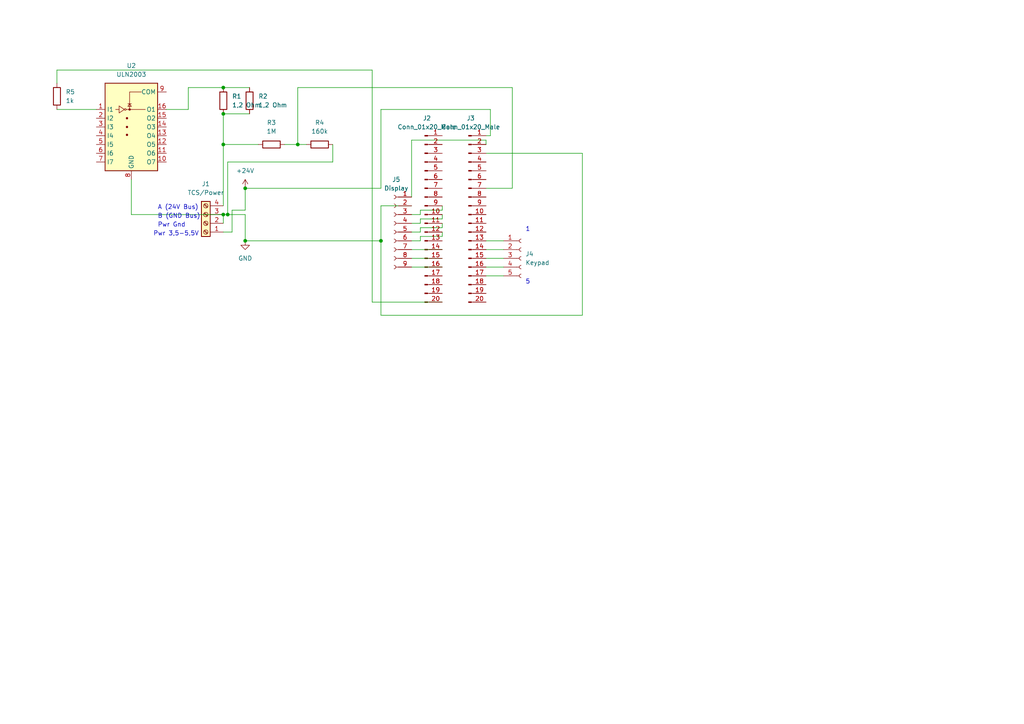
<source format=kicad_sch>
(kicad_sch (version 20211123) (generator eeschema)

  (uuid edcb1de5-d292-429a-a863-131d19b76a56)

  (paper "A4")

  (lib_symbols
    (symbol "Connector:Conn_01x05_Female" (pin_names (offset 1.016) hide) (in_bom yes) (on_board yes)
      (property "Reference" "J" (id 0) (at 0 7.62 0)
        (effects (font (size 1.27 1.27)))
      )
      (property "Value" "Conn_01x05_Female" (id 1) (at 0 -7.62 0)
        (effects (font (size 1.27 1.27)))
      )
      (property "Footprint" "" (id 2) (at 0 0 0)
        (effects (font (size 1.27 1.27)) hide)
      )
      (property "Datasheet" "~" (id 3) (at 0 0 0)
        (effects (font (size 1.27 1.27)) hide)
      )
      (property "ki_keywords" "connector" (id 4) (at 0 0 0)
        (effects (font (size 1.27 1.27)) hide)
      )
      (property "ki_description" "Generic connector, single row, 01x05, script generated (kicad-library-utils/schlib/autogen/connector/)" (id 5) (at 0 0 0)
        (effects (font (size 1.27 1.27)) hide)
      )
      (property "ki_fp_filters" "Connector*:*_1x??_*" (id 6) (at 0 0 0)
        (effects (font (size 1.27 1.27)) hide)
      )
      (symbol "Conn_01x05_Female_1_1"
        (arc (start 0 -4.572) (mid -0.508 -5.08) (end 0 -5.588)
          (stroke (width 0.1524) (type default) (color 0 0 0 0))
          (fill (type none))
        )
        (arc (start 0 -2.032) (mid -0.508 -2.54) (end 0 -3.048)
          (stroke (width 0.1524) (type default) (color 0 0 0 0))
          (fill (type none))
        )
        (polyline
          (pts
            (xy -1.27 -5.08)
            (xy -0.508 -5.08)
          )
          (stroke (width 0.1524) (type default) (color 0 0 0 0))
          (fill (type none))
        )
        (polyline
          (pts
            (xy -1.27 -2.54)
            (xy -0.508 -2.54)
          )
          (stroke (width 0.1524) (type default) (color 0 0 0 0))
          (fill (type none))
        )
        (polyline
          (pts
            (xy -1.27 0)
            (xy -0.508 0)
          )
          (stroke (width 0.1524) (type default) (color 0 0 0 0))
          (fill (type none))
        )
        (polyline
          (pts
            (xy -1.27 2.54)
            (xy -0.508 2.54)
          )
          (stroke (width 0.1524) (type default) (color 0 0 0 0))
          (fill (type none))
        )
        (polyline
          (pts
            (xy -1.27 5.08)
            (xy -0.508 5.08)
          )
          (stroke (width 0.1524) (type default) (color 0 0 0 0))
          (fill (type none))
        )
        (arc (start 0 0.508) (mid -0.508 0) (end 0 -0.508)
          (stroke (width 0.1524) (type default) (color 0 0 0 0))
          (fill (type none))
        )
        (arc (start 0 3.048) (mid -0.508 2.54) (end 0 2.032)
          (stroke (width 0.1524) (type default) (color 0 0 0 0))
          (fill (type none))
        )
        (arc (start 0 5.588) (mid -0.508 5.08) (end 0 4.572)
          (stroke (width 0.1524) (type default) (color 0 0 0 0))
          (fill (type none))
        )
        (pin passive line (at -5.08 5.08 0) (length 3.81)
          (name "Pin_1" (effects (font (size 1.27 1.27))))
          (number "1" (effects (font (size 1.27 1.27))))
        )
        (pin passive line (at -5.08 2.54 0) (length 3.81)
          (name "Pin_2" (effects (font (size 1.27 1.27))))
          (number "2" (effects (font (size 1.27 1.27))))
        )
        (pin passive line (at -5.08 0 0) (length 3.81)
          (name "Pin_3" (effects (font (size 1.27 1.27))))
          (number "3" (effects (font (size 1.27 1.27))))
        )
        (pin passive line (at -5.08 -2.54 0) (length 3.81)
          (name "Pin_4" (effects (font (size 1.27 1.27))))
          (number "4" (effects (font (size 1.27 1.27))))
        )
        (pin passive line (at -5.08 -5.08 0) (length 3.81)
          (name "Pin_5" (effects (font (size 1.27 1.27))))
          (number "5" (effects (font (size 1.27 1.27))))
        )
      )
    )
    (symbol "Connector:Conn_01x09_Female" (pin_names (offset 1.016) hide) (in_bom yes) (on_board yes)
      (property "Reference" "J" (id 0) (at 0 12.7 0)
        (effects (font (size 1.27 1.27)))
      )
      (property "Value" "Conn_01x09_Female" (id 1) (at 0 -12.7 0)
        (effects (font (size 1.27 1.27)))
      )
      (property "Footprint" "" (id 2) (at 0 0 0)
        (effects (font (size 1.27 1.27)) hide)
      )
      (property "Datasheet" "~" (id 3) (at 0 0 0)
        (effects (font (size 1.27 1.27)) hide)
      )
      (property "ki_keywords" "connector" (id 4) (at 0 0 0)
        (effects (font (size 1.27 1.27)) hide)
      )
      (property "ki_description" "Generic connector, single row, 01x09, script generated (kicad-library-utils/schlib/autogen/connector/)" (id 5) (at 0 0 0)
        (effects (font (size 1.27 1.27)) hide)
      )
      (property "ki_fp_filters" "Connector*:*_1x??_*" (id 6) (at 0 0 0)
        (effects (font (size 1.27 1.27)) hide)
      )
      (symbol "Conn_01x09_Female_1_1"
        (arc (start 0 -9.652) (mid -0.508 -10.16) (end 0 -10.668)
          (stroke (width 0.1524) (type default) (color 0 0 0 0))
          (fill (type none))
        )
        (arc (start 0 -7.112) (mid -0.508 -7.62) (end 0 -8.128)
          (stroke (width 0.1524) (type default) (color 0 0 0 0))
          (fill (type none))
        )
        (arc (start 0 -4.572) (mid -0.508 -5.08) (end 0 -5.588)
          (stroke (width 0.1524) (type default) (color 0 0 0 0))
          (fill (type none))
        )
        (arc (start 0 -2.032) (mid -0.508 -2.54) (end 0 -3.048)
          (stroke (width 0.1524) (type default) (color 0 0 0 0))
          (fill (type none))
        )
        (polyline
          (pts
            (xy -1.27 -10.16)
            (xy -0.508 -10.16)
          )
          (stroke (width 0.1524) (type default) (color 0 0 0 0))
          (fill (type none))
        )
        (polyline
          (pts
            (xy -1.27 -7.62)
            (xy -0.508 -7.62)
          )
          (stroke (width 0.1524) (type default) (color 0 0 0 0))
          (fill (type none))
        )
        (polyline
          (pts
            (xy -1.27 -5.08)
            (xy -0.508 -5.08)
          )
          (stroke (width 0.1524) (type default) (color 0 0 0 0))
          (fill (type none))
        )
        (polyline
          (pts
            (xy -1.27 -2.54)
            (xy -0.508 -2.54)
          )
          (stroke (width 0.1524) (type default) (color 0 0 0 0))
          (fill (type none))
        )
        (polyline
          (pts
            (xy -1.27 0)
            (xy -0.508 0)
          )
          (stroke (width 0.1524) (type default) (color 0 0 0 0))
          (fill (type none))
        )
        (polyline
          (pts
            (xy -1.27 2.54)
            (xy -0.508 2.54)
          )
          (stroke (width 0.1524) (type default) (color 0 0 0 0))
          (fill (type none))
        )
        (polyline
          (pts
            (xy -1.27 5.08)
            (xy -0.508 5.08)
          )
          (stroke (width 0.1524) (type default) (color 0 0 0 0))
          (fill (type none))
        )
        (polyline
          (pts
            (xy -1.27 7.62)
            (xy -0.508 7.62)
          )
          (stroke (width 0.1524) (type default) (color 0 0 0 0))
          (fill (type none))
        )
        (polyline
          (pts
            (xy -1.27 10.16)
            (xy -0.508 10.16)
          )
          (stroke (width 0.1524) (type default) (color 0 0 0 0))
          (fill (type none))
        )
        (arc (start 0 0.508) (mid -0.508 0) (end 0 -0.508)
          (stroke (width 0.1524) (type default) (color 0 0 0 0))
          (fill (type none))
        )
        (arc (start 0 3.048) (mid -0.508 2.54) (end 0 2.032)
          (stroke (width 0.1524) (type default) (color 0 0 0 0))
          (fill (type none))
        )
        (arc (start 0 5.588) (mid -0.508 5.08) (end 0 4.572)
          (stroke (width 0.1524) (type default) (color 0 0 0 0))
          (fill (type none))
        )
        (arc (start 0 8.128) (mid -0.508 7.62) (end 0 7.112)
          (stroke (width 0.1524) (type default) (color 0 0 0 0))
          (fill (type none))
        )
        (arc (start 0 10.668) (mid -0.508 10.16) (end 0 9.652)
          (stroke (width 0.1524) (type default) (color 0 0 0 0))
          (fill (type none))
        )
        (pin passive line (at -5.08 10.16 0) (length 3.81)
          (name "Pin_1" (effects (font (size 1.27 1.27))))
          (number "1" (effects (font (size 1.27 1.27))))
        )
        (pin passive line (at -5.08 7.62 0) (length 3.81)
          (name "Pin_2" (effects (font (size 1.27 1.27))))
          (number "2" (effects (font (size 1.27 1.27))))
        )
        (pin passive line (at -5.08 5.08 0) (length 3.81)
          (name "Pin_3" (effects (font (size 1.27 1.27))))
          (number "3" (effects (font (size 1.27 1.27))))
        )
        (pin passive line (at -5.08 2.54 0) (length 3.81)
          (name "Pin_4" (effects (font (size 1.27 1.27))))
          (number "4" (effects (font (size 1.27 1.27))))
        )
        (pin passive line (at -5.08 0 0) (length 3.81)
          (name "Pin_5" (effects (font (size 1.27 1.27))))
          (number "5" (effects (font (size 1.27 1.27))))
        )
        (pin passive line (at -5.08 -2.54 0) (length 3.81)
          (name "Pin_6" (effects (font (size 1.27 1.27))))
          (number "6" (effects (font (size 1.27 1.27))))
        )
        (pin passive line (at -5.08 -5.08 0) (length 3.81)
          (name "Pin_7" (effects (font (size 1.27 1.27))))
          (number "7" (effects (font (size 1.27 1.27))))
        )
        (pin passive line (at -5.08 -7.62 0) (length 3.81)
          (name "Pin_8" (effects (font (size 1.27 1.27))))
          (number "8" (effects (font (size 1.27 1.27))))
        )
        (pin passive line (at -5.08 -10.16 0) (length 3.81)
          (name "Pin_9" (effects (font (size 1.27 1.27))))
          (number "9" (effects (font (size 1.27 1.27))))
        )
      )
    )
    (symbol "Connector:Conn_01x20_Male" (pin_names (offset 1.016) hide) (in_bom yes) (on_board yes)
      (property "Reference" "J" (id 0) (at 0 25.4 0)
        (effects (font (size 1.27 1.27)))
      )
      (property "Value" "Conn_01x20_Male" (id 1) (at 0 -27.94 0)
        (effects (font (size 1.27 1.27)))
      )
      (property "Footprint" "" (id 2) (at 0 0 0)
        (effects (font (size 1.27 1.27)) hide)
      )
      (property "Datasheet" "~" (id 3) (at 0 0 0)
        (effects (font (size 1.27 1.27)) hide)
      )
      (property "ki_keywords" "connector" (id 4) (at 0 0 0)
        (effects (font (size 1.27 1.27)) hide)
      )
      (property "ki_description" "Generic connector, single row, 01x20, script generated (kicad-library-utils/schlib/autogen/connector/)" (id 5) (at 0 0 0)
        (effects (font (size 1.27 1.27)) hide)
      )
      (property "ki_fp_filters" "Connector*:*_1x??_*" (id 6) (at 0 0 0)
        (effects (font (size 1.27 1.27)) hide)
      )
      (symbol "Conn_01x20_Male_1_1"
        (polyline
          (pts
            (xy 1.27 -25.4)
            (xy 0.8636 -25.4)
          )
          (stroke (width 0.1524) (type default) (color 0 0 0 0))
          (fill (type none))
        )
        (polyline
          (pts
            (xy 1.27 -22.86)
            (xy 0.8636 -22.86)
          )
          (stroke (width 0.1524) (type default) (color 0 0 0 0))
          (fill (type none))
        )
        (polyline
          (pts
            (xy 1.27 -20.32)
            (xy 0.8636 -20.32)
          )
          (stroke (width 0.1524) (type default) (color 0 0 0 0))
          (fill (type none))
        )
        (polyline
          (pts
            (xy 1.27 -17.78)
            (xy 0.8636 -17.78)
          )
          (stroke (width 0.1524) (type default) (color 0 0 0 0))
          (fill (type none))
        )
        (polyline
          (pts
            (xy 1.27 -15.24)
            (xy 0.8636 -15.24)
          )
          (stroke (width 0.1524) (type default) (color 0 0 0 0))
          (fill (type none))
        )
        (polyline
          (pts
            (xy 1.27 -12.7)
            (xy 0.8636 -12.7)
          )
          (stroke (width 0.1524) (type default) (color 0 0 0 0))
          (fill (type none))
        )
        (polyline
          (pts
            (xy 1.27 -10.16)
            (xy 0.8636 -10.16)
          )
          (stroke (width 0.1524) (type default) (color 0 0 0 0))
          (fill (type none))
        )
        (polyline
          (pts
            (xy 1.27 -7.62)
            (xy 0.8636 -7.62)
          )
          (stroke (width 0.1524) (type default) (color 0 0 0 0))
          (fill (type none))
        )
        (polyline
          (pts
            (xy 1.27 -5.08)
            (xy 0.8636 -5.08)
          )
          (stroke (width 0.1524) (type default) (color 0 0 0 0))
          (fill (type none))
        )
        (polyline
          (pts
            (xy 1.27 -2.54)
            (xy 0.8636 -2.54)
          )
          (stroke (width 0.1524) (type default) (color 0 0 0 0))
          (fill (type none))
        )
        (polyline
          (pts
            (xy 1.27 0)
            (xy 0.8636 0)
          )
          (stroke (width 0.1524) (type default) (color 0 0 0 0))
          (fill (type none))
        )
        (polyline
          (pts
            (xy 1.27 2.54)
            (xy 0.8636 2.54)
          )
          (stroke (width 0.1524) (type default) (color 0 0 0 0))
          (fill (type none))
        )
        (polyline
          (pts
            (xy 1.27 5.08)
            (xy 0.8636 5.08)
          )
          (stroke (width 0.1524) (type default) (color 0 0 0 0))
          (fill (type none))
        )
        (polyline
          (pts
            (xy 1.27 7.62)
            (xy 0.8636 7.62)
          )
          (stroke (width 0.1524) (type default) (color 0 0 0 0))
          (fill (type none))
        )
        (polyline
          (pts
            (xy 1.27 10.16)
            (xy 0.8636 10.16)
          )
          (stroke (width 0.1524) (type default) (color 0 0 0 0))
          (fill (type none))
        )
        (polyline
          (pts
            (xy 1.27 12.7)
            (xy 0.8636 12.7)
          )
          (stroke (width 0.1524) (type default) (color 0 0 0 0))
          (fill (type none))
        )
        (polyline
          (pts
            (xy 1.27 15.24)
            (xy 0.8636 15.24)
          )
          (stroke (width 0.1524) (type default) (color 0 0 0 0))
          (fill (type none))
        )
        (polyline
          (pts
            (xy 1.27 17.78)
            (xy 0.8636 17.78)
          )
          (stroke (width 0.1524) (type default) (color 0 0 0 0))
          (fill (type none))
        )
        (polyline
          (pts
            (xy 1.27 20.32)
            (xy 0.8636 20.32)
          )
          (stroke (width 0.1524) (type default) (color 0 0 0 0))
          (fill (type none))
        )
        (polyline
          (pts
            (xy 1.27 22.86)
            (xy 0.8636 22.86)
          )
          (stroke (width 0.1524) (type default) (color 0 0 0 0))
          (fill (type none))
        )
        (rectangle (start 0.8636 -25.273) (end 0 -25.527)
          (stroke (width 0.1524) (type default) (color 0 0 0 0))
          (fill (type outline))
        )
        (rectangle (start 0.8636 -22.733) (end 0 -22.987)
          (stroke (width 0.1524) (type default) (color 0 0 0 0))
          (fill (type outline))
        )
        (rectangle (start 0.8636 -20.193) (end 0 -20.447)
          (stroke (width 0.1524) (type default) (color 0 0 0 0))
          (fill (type outline))
        )
        (rectangle (start 0.8636 -17.653) (end 0 -17.907)
          (stroke (width 0.1524) (type default) (color 0 0 0 0))
          (fill (type outline))
        )
        (rectangle (start 0.8636 -15.113) (end 0 -15.367)
          (stroke (width 0.1524) (type default) (color 0 0 0 0))
          (fill (type outline))
        )
        (rectangle (start 0.8636 -12.573) (end 0 -12.827)
          (stroke (width 0.1524) (type default) (color 0 0 0 0))
          (fill (type outline))
        )
        (rectangle (start 0.8636 -10.033) (end 0 -10.287)
          (stroke (width 0.1524) (type default) (color 0 0 0 0))
          (fill (type outline))
        )
        (rectangle (start 0.8636 -7.493) (end 0 -7.747)
          (stroke (width 0.1524) (type default) (color 0 0 0 0))
          (fill (type outline))
        )
        (rectangle (start 0.8636 -4.953) (end 0 -5.207)
          (stroke (width 0.1524) (type default) (color 0 0 0 0))
          (fill (type outline))
        )
        (rectangle (start 0.8636 -2.413) (end 0 -2.667)
          (stroke (width 0.1524) (type default) (color 0 0 0 0))
          (fill (type outline))
        )
        (rectangle (start 0.8636 0.127) (end 0 -0.127)
          (stroke (width 0.1524) (type default) (color 0 0 0 0))
          (fill (type outline))
        )
        (rectangle (start 0.8636 2.667) (end 0 2.413)
          (stroke (width 0.1524) (type default) (color 0 0 0 0))
          (fill (type outline))
        )
        (rectangle (start 0.8636 5.207) (end 0 4.953)
          (stroke (width 0.1524) (type default) (color 0 0 0 0))
          (fill (type outline))
        )
        (rectangle (start 0.8636 7.747) (end 0 7.493)
          (stroke (width 0.1524) (type default) (color 0 0 0 0))
          (fill (type outline))
        )
        (rectangle (start 0.8636 10.287) (end 0 10.033)
          (stroke (width 0.1524) (type default) (color 0 0 0 0))
          (fill (type outline))
        )
        (rectangle (start 0.8636 12.827) (end 0 12.573)
          (stroke (width 0.1524) (type default) (color 0 0 0 0))
          (fill (type outline))
        )
        (rectangle (start 0.8636 15.367) (end 0 15.113)
          (stroke (width 0.1524) (type default) (color 0 0 0 0))
          (fill (type outline))
        )
        (rectangle (start 0.8636 17.907) (end 0 17.653)
          (stroke (width 0.1524) (type default) (color 0 0 0 0))
          (fill (type outline))
        )
        (rectangle (start 0.8636 20.447) (end 0 20.193)
          (stroke (width 0.1524) (type default) (color 0 0 0 0))
          (fill (type outline))
        )
        (rectangle (start 0.8636 22.987) (end 0 22.733)
          (stroke (width 0.1524) (type default) (color 0 0 0 0))
          (fill (type outline))
        )
        (pin passive line (at 5.08 22.86 180) (length 3.81)
          (name "Pin_1" (effects (font (size 1.27 1.27))))
          (number "1" (effects (font (size 1.27 1.27))))
        )
        (pin passive line (at 5.08 0 180) (length 3.81)
          (name "Pin_10" (effects (font (size 1.27 1.27))))
          (number "10" (effects (font (size 1.27 1.27))))
        )
        (pin passive line (at 5.08 -2.54 180) (length 3.81)
          (name "Pin_11" (effects (font (size 1.27 1.27))))
          (number "11" (effects (font (size 1.27 1.27))))
        )
        (pin passive line (at 5.08 -5.08 180) (length 3.81)
          (name "Pin_12" (effects (font (size 1.27 1.27))))
          (number "12" (effects (font (size 1.27 1.27))))
        )
        (pin passive line (at 5.08 -7.62 180) (length 3.81)
          (name "Pin_13" (effects (font (size 1.27 1.27))))
          (number "13" (effects (font (size 1.27 1.27))))
        )
        (pin passive line (at 5.08 -10.16 180) (length 3.81)
          (name "Pin_14" (effects (font (size 1.27 1.27))))
          (number "14" (effects (font (size 1.27 1.27))))
        )
        (pin passive line (at 5.08 -12.7 180) (length 3.81)
          (name "Pin_15" (effects (font (size 1.27 1.27))))
          (number "15" (effects (font (size 1.27 1.27))))
        )
        (pin passive line (at 5.08 -15.24 180) (length 3.81)
          (name "Pin_16" (effects (font (size 1.27 1.27))))
          (number "16" (effects (font (size 1.27 1.27))))
        )
        (pin passive line (at 5.08 -17.78 180) (length 3.81)
          (name "Pin_17" (effects (font (size 1.27 1.27))))
          (number "17" (effects (font (size 1.27 1.27))))
        )
        (pin passive line (at 5.08 -20.32 180) (length 3.81)
          (name "Pin_18" (effects (font (size 1.27 1.27))))
          (number "18" (effects (font (size 1.27 1.27))))
        )
        (pin passive line (at 5.08 -22.86 180) (length 3.81)
          (name "Pin_19" (effects (font (size 1.27 1.27))))
          (number "19" (effects (font (size 1.27 1.27))))
        )
        (pin passive line (at 5.08 20.32 180) (length 3.81)
          (name "Pin_2" (effects (font (size 1.27 1.27))))
          (number "2" (effects (font (size 1.27 1.27))))
        )
        (pin passive line (at 5.08 -25.4 180) (length 3.81)
          (name "Pin_20" (effects (font (size 1.27 1.27))))
          (number "20" (effects (font (size 1.27 1.27))))
        )
        (pin passive line (at 5.08 17.78 180) (length 3.81)
          (name "Pin_3" (effects (font (size 1.27 1.27))))
          (number "3" (effects (font (size 1.27 1.27))))
        )
        (pin passive line (at 5.08 15.24 180) (length 3.81)
          (name "Pin_4" (effects (font (size 1.27 1.27))))
          (number "4" (effects (font (size 1.27 1.27))))
        )
        (pin passive line (at 5.08 12.7 180) (length 3.81)
          (name "Pin_5" (effects (font (size 1.27 1.27))))
          (number "5" (effects (font (size 1.27 1.27))))
        )
        (pin passive line (at 5.08 10.16 180) (length 3.81)
          (name "Pin_6" (effects (font (size 1.27 1.27))))
          (number "6" (effects (font (size 1.27 1.27))))
        )
        (pin passive line (at 5.08 7.62 180) (length 3.81)
          (name "Pin_7" (effects (font (size 1.27 1.27))))
          (number "7" (effects (font (size 1.27 1.27))))
        )
        (pin passive line (at 5.08 5.08 180) (length 3.81)
          (name "Pin_8" (effects (font (size 1.27 1.27))))
          (number "8" (effects (font (size 1.27 1.27))))
        )
        (pin passive line (at 5.08 2.54 180) (length 3.81)
          (name "Pin_9" (effects (font (size 1.27 1.27))))
          (number "9" (effects (font (size 1.27 1.27))))
        )
      )
    )
    (symbol "Connector:Screw_Terminal_01x04" (pin_names (offset 1.016) hide) (in_bom yes) (on_board yes)
      (property "Reference" "J" (id 0) (at 0 5.08 0)
        (effects (font (size 1.27 1.27)))
      )
      (property "Value" "Screw_Terminal_01x04" (id 1) (at 0 -7.62 0)
        (effects (font (size 1.27 1.27)))
      )
      (property "Footprint" "" (id 2) (at 0 0 0)
        (effects (font (size 1.27 1.27)) hide)
      )
      (property "Datasheet" "~" (id 3) (at 0 0 0)
        (effects (font (size 1.27 1.27)) hide)
      )
      (property "ki_keywords" "screw terminal" (id 4) (at 0 0 0)
        (effects (font (size 1.27 1.27)) hide)
      )
      (property "ki_description" "Generic screw terminal, single row, 01x04, script generated (kicad-library-utils/schlib/autogen/connector/)" (id 5) (at 0 0 0)
        (effects (font (size 1.27 1.27)) hide)
      )
      (property "ki_fp_filters" "TerminalBlock*:*" (id 6) (at 0 0 0)
        (effects (font (size 1.27 1.27)) hide)
      )
      (symbol "Screw_Terminal_01x04_1_1"
        (rectangle (start -1.27 3.81) (end 1.27 -6.35)
          (stroke (width 0.254) (type default) (color 0 0 0 0))
          (fill (type background))
        )
        (circle (center 0 -5.08) (radius 0.635)
          (stroke (width 0.1524) (type default) (color 0 0 0 0))
          (fill (type none))
        )
        (circle (center 0 -2.54) (radius 0.635)
          (stroke (width 0.1524) (type default) (color 0 0 0 0))
          (fill (type none))
        )
        (polyline
          (pts
            (xy -0.5334 -4.7498)
            (xy 0.3302 -5.588)
          )
          (stroke (width 0.1524) (type default) (color 0 0 0 0))
          (fill (type none))
        )
        (polyline
          (pts
            (xy -0.5334 -2.2098)
            (xy 0.3302 -3.048)
          )
          (stroke (width 0.1524) (type default) (color 0 0 0 0))
          (fill (type none))
        )
        (polyline
          (pts
            (xy -0.5334 0.3302)
            (xy 0.3302 -0.508)
          )
          (stroke (width 0.1524) (type default) (color 0 0 0 0))
          (fill (type none))
        )
        (polyline
          (pts
            (xy -0.5334 2.8702)
            (xy 0.3302 2.032)
          )
          (stroke (width 0.1524) (type default) (color 0 0 0 0))
          (fill (type none))
        )
        (polyline
          (pts
            (xy -0.3556 -4.572)
            (xy 0.508 -5.4102)
          )
          (stroke (width 0.1524) (type default) (color 0 0 0 0))
          (fill (type none))
        )
        (polyline
          (pts
            (xy -0.3556 -2.032)
            (xy 0.508 -2.8702)
          )
          (stroke (width 0.1524) (type default) (color 0 0 0 0))
          (fill (type none))
        )
        (polyline
          (pts
            (xy -0.3556 0.508)
            (xy 0.508 -0.3302)
          )
          (stroke (width 0.1524) (type default) (color 0 0 0 0))
          (fill (type none))
        )
        (polyline
          (pts
            (xy -0.3556 3.048)
            (xy 0.508 2.2098)
          )
          (stroke (width 0.1524) (type default) (color 0 0 0 0))
          (fill (type none))
        )
        (circle (center 0 0) (radius 0.635)
          (stroke (width 0.1524) (type default) (color 0 0 0 0))
          (fill (type none))
        )
        (circle (center 0 2.54) (radius 0.635)
          (stroke (width 0.1524) (type default) (color 0 0 0 0))
          (fill (type none))
        )
        (pin passive line (at -5.08 2.54 0) (length 3.81)
          (name "Pin_1" (effects (font (size 1.27 1.27))))
          (number "1" (effects (font (size 1.27 1.27))))
        )
        (pin passive line (at -5.08 0 0) (length 3.81)
          (name "Pin_2" (effects (font (size 1.27 1.27))))
          (number "2" (effects (font (size 1.27 1.27))))
        )
        (pin passive line (at -5.08 -2.54 0) (length 3.81)
          (name "Pin_3" (effects (font (size 1.27 1.27))))
          (number "3" (effects (font (size 1.27 1.27))))
        )
        (pin passive line (at -5.08 -5.08 0) (length 3.81)
          (name "Pin_4" (effects (font (size 1.27 1.27))))
          (number "4" (effects (font (size 1.27 1.27))))
        )
      )
    )
    (symbol "Device:R" (pin_numbers hide) (pin_names (offset 0)) (in_bom yes) (on_board yes)
      (property "Reference" "R" (id 0) (at 2.032 0 90)
        (effects (font (size 1.27 1.27)))
      )
      (property "Value" "R" (id 1) (at 0 0 90)
        (effects (font (size 1.27 1.27)))
      )
      (property "Footprint" "" (id 2) (at -1.778 0 90)
        (effects (font (size 1.27 1.27)) hide)
      )
      (property "Datasheet" "~" (id 3) (at 0 0 0)
        (effects (font (size 1.27 1.27)) hide)
      )
      (property "ki_keywords" "R res resistor" (id 4) (at 0 0 0)
        (effects (font (size 1.27 1.27)) hide)
      )
      (property "ki_description" "Resistor" (id 5) (at 0 0 0)
        (effects (font (size 1.27 1.27)) hide)
      )
      (property "ki_fp_filters" "R_*" (id 6) (at 0 0 0)
        (effects (font (size 1.27 1.27)) hide)
      )
      (symbol "R_0_1"
        (rectangle (start -1.016 -2.54) (end 1.016 2.54)
          (stroke (width 0.254) (type default) (color 0 0 0 0))
          (fill (type none))
        )
      )
      (symbol "R_1_1"
        (pin passive line (at 0 3.81 270) (length 1.27)
          (name "~" (effects (font (size 1.27 1.27))))
          (number "1" (effects (font (size 1.27 1.27))))
        )
        (pin passive line (at 0 -3.81 90) (length 1.27)
          (name "~" (effects (font (size 1.27 1.27))))
          (number "2" (effects (font (size 1.27 1.27))))
        )
      )
    )
    (symbol "Transistor_Array:ULN2003" (in_bom yes) (on_board yes)
      (property "Reference" "U" (id 0) (at 0 15.875 0)
        (effects (font (size 1.27 1.27)))
      )
      (property "Value" "ULN2003" (id 1) (at 0 13.97 0)
        (effects (font (size 1.27 1.27)))
      )
      (property "Footprint" "" (id 2) (at 1.27 -13.97 0)
        (effects (font (size 1.27 1.27)) (justify left) hide)
      )
      (property "Datasheet" "http://www.ti.com/lit/ds/symlink/uln2003a.pdf" (id 3) (at 2.54 -5.08 0)
        (effects (font (size 1.27 1.27)) hide)
      )
      (property "ki_keywords" "darlington transistor array" (id 4) (at 0 0 0)
        (effects (font (size 1.27 1.27)) hide)
      )
      (property "ki_description" "High Voltage, High Current Darlington Transistor Arrays, SOIC16/SOIC16W/DIP16/TSSOP16" (id 5) (at 0 0 0)
        (effects (font (size 1.27 1.27)) hide)
      )
      (property "ki_fp_filters" "DIP*W7.62mm* SOIC*3.9x9.9mm*P1.27mm* SSOP*4.4x5.2mm*P0.65mm* TSSOP*4.4x5mm*P0.65mm* SOIC*W*5.3x10.2mm*P1.27mm*" (id 6) (at 0 0 0)
        (effects (font (size 1.27 1.27)) hide)
      )
      (symbol "ULN2003_0_1"
        (rectangle (start -7.62 -12.7) (end 7.62 12.7)
          (stroke (width 0.254) (type default) (color 0 0 0 0))
          (fill (type background))
        )
        (circle (center -1.778 5.08) (radius 0.254)
          (stroke (width 0) (type default) (color 0 0 0 0))
          (fill (type none))
        )
        (circle (center -1.27 -2.286) (radius 0.254)
          (stroke (width 0) (type default) (color 0 0 0 0))
          (fill (type outline))
        )
        (circle (center -1.27 0) (radius 0.254)
          (stroke (width 0) (type default) (color 0 0 0 0))
          (fill (type outline))
        )
        (circle (center -1.27 2.54) (radius 0.254)
          (stroke (width 0) (type default) (color 0 0 0 0))
          (fill (type outline))
        )
        (circle (center -0.508 5.08) (radius 0.254)
          (stroke (width 0) (type default) (color 0 0 0 0))
          (fill (type outline))
        )
        (polyline
          (pts
            (xy -4.572 5.08)
            (xy -3.556 5.08)
          )
          (stroke (width 0) (type default) (color 0 0 0 0))
          (fill (type none))
        )
        (polyline
          (pts
            (xy -1.524 5.08)
            (xy 4.064 5.08)
          )
          (stroke (width 0) (type default) (color 0 0 0 0))
          (fill (type none))
        )
        (polyline
          (pts
            (xy 0 6.731)
            (xy -1.016 6.731)
          )
          (stroke (width 0) (type default) (color 0 0 0 0))
          (fill (type none))
        )
        (polyline
          (pts
            (xy -0.508 5.08)
            (xy -0.508 10.16)
            (xy 2.921 10.16)
          )
          (stroke (width 0) (type default) (color 0 0 0 0))
          (fill (type none))
        )
        (polyline
          (pts
            (xy -3.556 6.096)
            (xy -3.556 4.064)
            (xy -2.032 5.08)
            (xy -3.556 6.096)
          )
          (stroke (width 0) (type default) (color 0 0 0 0))
          (fill (type none))
        )
        (polyline
          (pts
            (xy 0 5.969)
            (xy -1.016 5.969)
            (xy -0.508 6.731)
            (xy 0 5.969)
          )
          (stroke (width 0) (type default) (color 0 0 0 0))
          (fill (type none))
        )
      )
      (symbol "ULN2003_1_1"
        (pin input line (at -10.16 5.08 0) (length 2.54)
          (name "I1" (effects (font (size 1.27 1.27))))
          (number "1" (effects (font (size 1.27 1.27))))
        )
        (pin open_collector line (at 10.16 -10.16 180) (length 2.54)
          (name "O7" (effects (font (size 1.27 1.27))))
          (number "10" (effects (font (size 1.27 1.27))))
        )
        (pin open_collector line (at 10.16 -7.62 180) (length 2.54)
          (name "O6" (effects (font (size 1.27 1.27))))
          (number "11" (effects (font (size 1.27 1.27))))
        )
        (pin open_collector line (at 10.16 -5.08 180) (length 2.54)
          (name "O5" (effects (font (size 1.27 1.27))))
          (number "12" (effects (font (size 1.27 1.27))))
        )
        (pin open_collector line (at 10.16 -2.54 180) (length 2.54)
          (name "O4" (effects (font (size 1.27 1.27))))
          (number "13" (effects (font (size 1.27 1.27))))
        )
        (pin open_collector line (at 10.16 0 180) (length 2.54)
          (name "O3" (effects (font (size 1.27 1.27))))
          (number "14" (effects (font (size 1.27 1.27))))
        )
        (pin open_collector line (at 10.16 2.54 180) (length 2.54)
          (name "O2" (effects (font (size 1.27 1.27))))
          (number "15" (effects (font (size 1.27 1.27))))
        )
        (pin open_collector line (at 10.16 5.08 180) (length 2.54)
          (name "O1" (effects (font (size 1.27 1.27))))
          (number "16" (effects (font (size 1.27 1.27))))
        )
        (pin input line (at -10.16 2.54 0) (length 2.54)
          (name "I2" (effects (font (size 1.27 1.27))))
          (number "2" (effects (font (size 1.27 1.27))))
        )
        (pin input line (at -10.16 0 0) (length 2.54)
          (name "I3" (effects (font (size 1.27 1.27))))
          (number "3" (effects (font (size 1.27 1.27))))
        )
        (pin input line (at -10.16 -2.54 0) (length 2.54)
          (name "I4" (effects (font (size 1.27 1.27))))
          (number "4" (effects (font (size 1.27 1.27))))
        )
        (pin input line (at -10.16 -5.08 0) (length 2.54)
          (name "I5" (effects (font (size 1.27 1.27))))
          (number "5" (effects (font (size 1.27 1.27))))
        )
        (pin input line (at -10.16 -7.62 0) (length 2.54)
          (name "I6" (effects (font (size 1.27 1.27))))
          (number "6" (effects (font (size 1.27 1.27))))
        )
        (pin input line (at -10.16 -10.16 0) (length 2.54)
          (name "I7" (effects (font (size 1.27 1.27))))
          (number "7" (effects (font (size 1.27 1.27))))
        )
        (pin power_in line (at 0 -15.24 90) (length 2.54)
          (name "GND" (effects (font (size 1.27 1.27))))
          (number "8" (effects (font (size 1.27 1.27))))
        )
        (pin passive line (at 10.16 10.16 180) (length 2.54)
          (name "COM" (effects (font (size 1.27 1.27))))
          (number "9" (effects (font (size 1.27 1.27))))
        )
      )
    )
    (symbol "power:+24V" (power) (pin_names (offset 0)) (in_bom yes) (on_board yes)
      (property "Reference" "#PWR" (id 0) (at 0 -3.81 0)
        (effects (font (size 1.27 1.27)) hide)
      )
      (property "Value" "+24V" (id 1) (at 0 3.556 0)
        (effects (font (size 1.27 1.27)))
      )
      (property "Footprint" "" (id 2) (at 0 0 0)
        (effects (font (size 1.27 1.27)) hide)
      )
      (property "Datasheet" "" (id 3) (at 0 0 0)
        (effects (font (size 1.27 1.27)) hide)
      )
      (property "ki_keywords" "power-flag" (id 4) (at 0 0 0)
        (effects (font (size 1.27 1.27)) hide)
      )
      (property "ki_description" "Power symbol creates a global label with name \"+24V\"" (id 5) (at 0 0 0)
        (effects (font (size 1.27 1.27)) hide)
      )
      (symbol "+24V_0_1"
        (polyline
          (pts
            (xy -0.762 1.27)
            (xy 0 2.54)
          )
          (stroke (width 0) (type default) (color 0 0 0 0))
          (fill (type none))
        )
        (polyline
          (pts
            (xy 0 0)
            (xy 0 2.54)
          )
          (stroke (width 0) (type default) (color 0 0 0 0))
          (fill (type none))
        )
        (polyline
          (pts
            (xy 0 2.54)
            (xy 0.762 1.27)
          )
          (stroke (width 0) (type default) (color 0 0 0 0))
          (fill (type none))
        )
      )
      (symbol "+24V_1_1"
        (pin power_in line (at 0 0 90) (length 0) hide
          (name "+24V" (effects (font (size 1.27 1.27))))
          (number "1" (effects (font (size 1.27 1.27))))
        )
      )
    )
    (symbol "power:GND" (power) (pin_names (offset 0)) (in_bom yes) (on_board yes)
      (property "Reference" "#PWR" (id 0) (at 0 -6.35 0)
        (effects (font (size 1.27 1.27)) hide)
      )
      (property "Value" "GND" (id 1) (at 0 -3.81 0)
        (effects (font (size 1.27 1.27)))
      )
      (property "Footprint" "" (id 2) (at 0 0 0)
        (effects (font (size 1.27 1.27)) hide)
      )
      (property "Datasheet" "" (id 3) (at 0 0 0)
        (effects (font (size 1.27 1.27)) hide)
      )
      (property "ki_keywords" "power-flag" (id 4) (at 0 0 0)
        (effects (font (size 1.27 1.27)) hide)
      )
      (property "ki_description" "Power symbol creates a global label with name \"GND\" , ground" (id 5) (at 0 0 0)
        (effects (font (size 1.27 1.27)) hide)
      )
      (symbol "GND_0_1"
        (polyline
          (pts
            (xy 0 0)
            (xy 0 -1.27)
            (xy 1.27 -1.27)
            (xy 0 -2.54)
            (xy -1.27 -1.27)
            (xy 0 -1.27)
          )
          (stroke (width 0) (type default) (color 0 0 0 0))
          (fill (type none))
        )
      )
      (symbol "GND_1_1"
        (pin power_in line (at 0 0 270) (length 0) hide
          (name "GND" (effects (font (size 1.27 1.27))))
          (number "1" (effects (font (size 1.27 1.27))))
        )
      )
    )
  )

  (junction (at 86.36 41.91) (diameter 0) (color 0 0 0 0)
    (uuid 06dc767a-e97c-4064-915e-1e7d39e37dbb)
  )
  (junction (at 64.77 25.4) (diameter 0) (color 0 0 0 0)
    (uuid 70efb4f5-69af-48fe-b046-547ab2fc5655)
  )
  (junction (at 71.12 54.61) (diameter 0) (color 0 0 0 0)
    (uuid 8d237dfe-4949-44a4-9c40-e74fe57e1a21)
  )
  (junction (at 71.12 69.85) (diameter 0) (color 0 0 0 0)
    (uuid 9297f86c-81ea-4ee2-a864-fd4da16dc094)
  )
  (junction (at 64.77 33.02) (diameter 0) (color 0 0 0 0)
    (uuid 97fe93b2-736b-4917-bd76-31588c38b16f)
  )
  (junction (at 66.04 62.23) (diameter 0) (color 0 0 0 0)
    (uuid ab0a1b26-d2fd-4786-83d9-518c20a65b63)
  )
  (junction (at 110.49 69.85) (diameter 0) (color 0 0 0 0)
    (uuid c4d07328-8310-427a-aacc-b729091775a2)
  )
  (junction (at 64.77 41.91) (diameter 0) (color 0 0 0 0)
    (uuid cd984973-cfdf-40ef-8926-2bbe107768de)
  )
  (junction (at 64.77 62.23) (diameter 0) (color 0 0 0 0)
    (uuid dd1b4b6a-f5b6-4678-bf09-26ba5b01d545)
  )

  (wire (pts (xy 38.1 52.07) (xy 38.1 62.23))
    (stroke (width 0) (type default) (color 0 0 0 0))
    (uuid 0945a266-d746-4ff3-9167-9d425622f05c)
  )
  (wire (pts (xy 121.92 62.23) (xy 121.92 60.96))
    (stroke (width 0) (type default) (color 0 0 0 0))
    (uuid 0d35abc4-75e4-4095-af9d-d5a390c671b3)
  )
  (wire (pts (xy 142.24 31.75) (xy 142.24 39.37))
    (stroke (width 0) (type default) (color 0 0 0 0))
    (uuid 0e8e64dc-46a9-4cd9-89cd-88c7eaec9644)
  )
  (wire (pts (xy 119.38 57.15) (xy 119.38 40.64))
    (stroke (width 0) (type default) (color 0 0 0 0))
    (uuid 101a8b54-dc26-4961-8ffd-b1373248a659)
  )
  (wire (pts (xy 110.49 31.75) (xy 142.24 31.75))
    (stroke (width 0) (type default) (color 0 0 0 0))
    (uuid 10fe2e75-fd80-4708-8da3-c57e21c816eb)
  )
  (wire (pts (xy 119.38 59.69) (xy 110.49 59.69))
    (stroke (width 0) (type default) (color 0 0 0 0))
    (uuid 1ce3fd16-4c79-482f-9ec3-36766e284e49)
  )
  (wire (pts (xy 82.55 41.91) (xy 86.36 41.91))
    (stroke (width 0) (type default) (color 0 0 0 0))
    (uuid 222319ae-2023-4fd8-a305-c6e2dd096a0a)
  )
  (wire (pts (xy 128.27 60.96) (xy 128.27 59.69))
    (stroke (width 0) (type default) (color 0 0 0 0))
    (uuid 26ae3b05-0816-4fd9-b6f9-2b1613949b16)
  )
  (wire (pts (xy 71.12 69.85) (xy 110.49 69.85))
    (stroke (width 0) (type default) (color 0 0 0 0))
    (uuid 2a7c244d-3d80-4040-99ac-f8c8c9ef971d)
  )
  (wire (pts (xy 96.52 46.99) (xy 66.04 46.99))
    (stroke (width 0) (type default) (color 0 0 0 0))
    (uuid 34ef3244-d857-4f8b-9597-5d9c3a2ca3a6)
  )
  (wire (pts (xy 128.27 64.77) (xy 128.27 66.04))
    (stroke (width 0) (type default) (color 0 0 0 0))
    (uuid 397d8eb0-99a0-4311-b333-56cf9624227e)
  )
  (wire (pts (xy 140.97 69.85) (xy 146.05 69.85))
    (stroke (width 0) (type default) (color 0 0 0 0))
    (uuid 3c9ca97f-228d-41b3-b788-915144302091)
  )
  (wire (pts (xy 142.24 39.37) (xy 140.97 39.37))
    (stroke (width 0) (type default) (color 0 0 0 0))
    (uuid 3f57a6b7-afa0-4e4a-ab62-dc58e4343210)
  )
  (wire (pts (xy 66.04 46.99) (xy 66.04 62.23))
    (stroke (width 0) (type default) (color 0 0 0 0))
    (uuid 4708f886-d6b4-467c-989c-e77893fb1054)
  )
  (wire (pts (xy 66.04 62.23) (xy 71.12 62.23))
    (stroke (width 0) (type default) (color 0 0 0 0))
    (uuid 47aab019-8586-4f5c-a6b9-e3b937563bf9)
  )
  (wire (pts (xy 119.38 62.23) (xy 121.92 62.23))
    (stroke (width 0) (type default) (color 0 0 0 0))
    (uuid 5845724e-f7ec-4dd6-b2e3-fdac596e536b)
  )
  (wire (pts (xy 64.77 33.02) (xy 72.39 33.02))
    (stroke (width 0) (type default) (color 0 0 0 0))
    (uuid 5a0c6365-2fd1-4884-8e62-b57add9a828d)
  )
  (wire (pts (xy 71.12 54.61) (xy 71.12 60.96))
    (stroke (width 0) (type default) (color 0 0 0 0))
    (uuid 5d710728-5dc7-4220-81f0-c06ef861b730)
  )
  (wire (pts (xy 148.59 25.4) (xy 148.59 54.61))
    (stroke (width 0) (type default) (color 0 0 0 0))
    (uuid 5e0d4539-9e32-4b64-8145-488fd6caa6ad)
  )
  (wire (pts (xy 140.97 72.39) (xy 146.05 72.39))
    (stroke (width 0) (type default) (color 0 0 0 0))
    (uuid 6033df67-070a-4549-8986-9965765df2b6)
  )
  (wire (pts (xy 119.38 72.39) (xy 128.27 72.39))
    (stroke (width 0) (type default) (color 0 0 0 0))
    (uuid 61ea60ab-b6cd-472a-9433-6a301ef617f8)
  )
  (wire (pts (xy 119.38 64.77) (xy 121.92 64.77))
    (stroke (width 0) (type default) (color 0 0 0 0))
    (uuid 63ff07aa-c7f4-43f2-a6e4-1ef507c3ff1c)
  )
  (wire (pts (xy 121.92 63.5) (xy 128.27 63.5))
    (stroke (width 0) (type default) (color 0 0 0 0))
    (uuid 66cfd0dc-8ca8-4919-b86d-06de8fe25e4f)
  )
  (wire (pts (xy 54.61 25.4) (xy 64.77 25.4))
    (stroke (width 0) (type default) (color 0 0 0 0))
    (uuid 68d799ac-dde8-4bd3-908c-d0510be664bd)
  )
  (wire (pts (xy 128.27 68.58) (xy 128.27 67.31))
    (stroke (width 0) (type default) (color 0 0 0 0))
    (uuid 693417ea-d6ec-4725-9a96-a5d384712ef1)
  )
  (wire (pts (xy 107.95 87.63) (xy 128.27 87.63))
    (stroke (width 0) (type default) (color 0 0 0 0))
    (uuid 6c660a8d-9084-4192-bdd0-dfa43979716a)
  )
  (wire (pts (xy 121.92 67.31) (xy 121.92 66.04))
    (stroke (width 0) (type default) (color 0 0 0 0))
    (uuid 7610f5d5-3e20-4f29-b3f4-f9989f5d9860)
  )
  (wire (pts (xy 38.1 62.23) (xy 64.77 62.23))
    (stroke (width 0) (type default) (color 0 0 0 0))
    (uuid 7919def6-43a7-4303-a48f-729db8b55159)
  )
  (wire (pts (xy 121.92 64.77) (xy 121.92 63.5))
    (stroke (width 0) (type default) (color 0 0 0 0))
    (uuid 7949f811-91aa-4413-b027-85cdca797668)
  )
  (wire (pts (xy 121.92 66.04) (xy 128.27 66.04))
    (stroke (width 0) (type default) (color 0 0 0 0))
    (uuid 7f6d0b1b-738b-4a11-b442-0876feeb53c4)
  )
  (wire (pts (xy 140.97 74.93) (xy 146.05 74.93))
    (stroke (width 0) (type default) (color 0 0 0 0))
    (uuid 83f64e8e-4c76-4786-bae1-beae04ec8102)
  )
  (wire (pts (xy 96.52 41.91) (xy 96.52 46.99))
    (stroke (width 0) (type default) (color 0 0 0 0))
    (uuid 8e205ac8-f551-434e-9359-18057a58b347)
  )
  (wire (pts (xy 119.38 67.31) (xy 121.92 67.31))
    (stroke (width 0) (type default) (color 0 0 0 0))
    (uuid 91673679-4270-43ed-9737-2d91213d6bbe)
  )
  (wire (pts (xy 119.38 40.64) (xy 140.97 40.64))
    (stroke (width 0) (type default) (color 0 0 0 0))
    (uuid 92eb9fbf-bc1a-48d1-b43c-d326a3ec18fb)
  )
  (wire (pts (xy 119.38 77.47) (xy 128.27 77.47))
    (stroke (width 0) (type default) (color 0 0 0 0))
    (uuid 95e44b32-21a0-47f5-8c54-9a94ba4d58c2)
  )
  (wire (pts (xy 119.38 69.85) (xy 121.92 69.85))
    (stroke (width 0) (type default) (color 0 0 0 0))
    (uuid 9c78ca08-960e-4516-be61-6ec0b9ae6be1)
  )
  (wire (pts (xy 168.91 91.44) (xy 168.91 44.45))
    (stroke (width 0) (type default) (color 0 0 0 0))
    (uuid 9f1ca50d-713f-4d5f-be94-54efd9037938)
  )
  (wire (pts (xy 140.97 77.47) (xy 146.05 77.47))
    (stroke (width 0) (type default) (color 0 0 0 0))
    (uuid a2715330-ca4a-485f-8d04-9eb5ac3e8b0a)
  )
  (wire (pts (xy 71.12 54.61) (xy 110.49 54.61))
    (stroke (width 0) (type default) (color 0 0 0 0))
    (uuid a37e1c05-d374-4ab2-abf8-a6bbd7fc6bba)
  )
  (wire (pts (xy 86.36 41.91) (xy 86.36 25.4))
    (stroke (width 0) (type default) (color 0 0 0 0))
    (uuid a93c052d-a395-4abf-9b4e-e072e57e3e55)
  )
  (wire (pts (xy 121.92 69.85) (xy 121.92 68.58))
    (stroke (width 0) (type default) (color 0 0 0 0))
    (uuid adbb64f8-6ca1-4027-85b8-b8257e9a6ee3)
  )
  (wire (pts (xy 119.38 74.93) (xy 128.27 74.93))
    (stroke (width 0) (type default) (color 0 0 0 0))
    (uuid ae0f64c6-1da1-44c1-9997-8b92f25b0993)
  )
  (wire (pts (xy 16.51 31.75) (xy 27.94 31.75))
    (stroke (width 0) (type default) (color 0 0 0 0))
    (uuid af8c2099-7e9b-4ed6-9bdc-b0fac8e4d794)
  )
  (wire (pts (xy 16.51 20.32) (xy 107.95 20.32))
    (stroke (width 0) (type default) (color 0 0 0 0))
    (uuid b22a0377-e9bd-428a-97b3-248cea6491fe)
  )
  (wire (pts (xy 71.12 60.96) (xy 67.31 60.96))
    (stroke (width 0) (type default) (color 0 0 0 0))
    (uuid b4e03ee0-9ec6-485a-98db-35e1e260d6fe)
  )
  (wire (pts (xy 128.27 62.23) (xy 128.27 63.5))
    (stroke (width 0) (type default) (color 0 0 0 0))
    (uuid be89389b-3a71-4850-9401-ec806deb2396)
  )
  (wire (pts (xy 168.91 44.45) (xy 140.97 44.45))
    (stroke (width 0) (type default) (color 0 0 0 0))
    (uuid c23e1653-8ebf-4555-b6db-94db74f28b0f)
  )
  (wire (pts (xy 140.97 40.64) (xy 140.97 41.91))
    (stroke (width 0) (type default) (color 0 0 0 0))
    (uuid c752bf80-c72b-4b1e-86df-75d76d31d527)
  )
  (wire (pts (xy 110.49 69.85) (xy 110.49 91.44))
    (stroke (width 0) (type default) (color 0 0 0 0))
    (uuid c7c890bc-168a-4818-bed1-af5a33d8f143)
  )
  (wire (pts (xy 86.36 41.91) (xy 88.9 41.91))
    (stroke (width 0) (type default) (color 0 0 0 0))
    (uuid c8964fa3-725e-4e78-b9c5-441dde4d2ca1)
  )
  (wire (pts (xy 107.95 20.32) (xy 107.95 87.63))
    (stroke (width 0) (type default) (color 0 0 0 0))
    (uuid c8b2415a-11a6-408c-abb2-ece2b3d377fe)
  )
  (wire (pts (xy 110.49 91.44) (xy 168.91 91.44))
    (stroke (width 0) (type default) (color 0 0 0 0))
    (uuid cbbc1189-b43a-48cb-af00-45bd59ece1c4)
  )
  (wire (pts (xy 64.77 67.31) (xy 67.31 67.31))
    (stroke (width 0) (type default) (color 0 0 0 0))
    (uuid ccf5a90e-d532-4bf7-929e-c1d21f8a5ae2)
  )
  (wire (pts (xy 110.49 54.61) (xy 110.49 31.75))
    (stroke (width 0) (type default) (color 0 0 0 0))
    (uuid d31f101a-3ea3-4597-80d0-0bc659d4b56b)
  )
  (wire (pts (xy 64.77 33.02) (xy 64.77 41.91))
    (stroke (width 0) (type default) (color 0 0 0 0))
    (uuid d3a51cfa-d40d-4e1a-a497-6ff4de8d9eab)
  )
  (wire (pts (xy 148.59 54.61) (xy 140.97 54.61))
    (stroke (width 0) (type default) (color 0 0 0 0))
    (uuid d64d12fb-3690-4209-a811-46ed3db93f6e)
  )
  (wire (pts (xy 48.26 31.75) (xy 54.61 31.75))
    (stroke (width 0) (type default) (color 0 0 0 0))
    (uuid d6faa1e1-464a-46a2-9731-1255ae123b58)
  )
  (wire (pts (xy 71.12 62.23) (xy 71.12 69.85))
    (stroke (width 0) (type default) (color 0 0 0 0))
    (uuid d97c9464-5b0e-4008-9a33-84572aa24363)
  )
  (wire (pts (xy 64.77 41.91) (xy 74.93 41.91))
    (stroke (width 0) (type default) (color 0 0 0 0))
    (uuid d99e612e-93d1-4f7b-bd80-a6826765f4ee)
  )
  (wire (pts (xy 54.61 31.75) (xy 54.61 25.4))
    (stroke (width 0) (type default) (color 0 0 0 0))
    (uuid dd4dfd0d-755d-4547-a06d-2619abaa36a6)
  )
  (wire (pts (xy 121.92 68.58) (xy 128.27 68.58))
    (stroke (width 0) (type default) (color 0 0 0 0))
    (uuid e1b10b3a-9b0c-483a-bfb4-2a93accdb4d8)
  )
  (wire (pts (xy 16.51 24.13) (xy 16.51 20.32))
    (stroke (width 0) (type default) (color 0 0 0 0))
    (uuid e79b6022-e0cc-4fc3-b3c9-66957fc047ae)
  )
  (wire (pts (xy 64.77 62.23) (xy 66.04 62.23))
    (stroke (width 0) (type default) (color 0 0 0 0))
    (uuid e8b5d039-0fc1-4421-b8b4-609fd8d7b6ea)
  )
  (wire (pts (xy 121.92 60.96) (xy 128.27 60.96))
    (stroke (width 0) (type default) (color 0 0 0 0))
    (uuid e9bf414c-c08b-47a1-8f48-1c7ce1f3c770)
  )
  (wire (pts (xy 67.31 60.96) (xy 67.31 67.31))
    (stroke (width 0) (type default) (color 0 0 0 0))
    (uuid e9c146f6-314f-4354-bb8a-9a44de51d812)
  )
  (wire (pts (xy 140.97 80.01) (xy 146.05 80.01))
    (stroke (width 0) (type default) (color 0 0 0 0))
    (uuid ed447bd5-fece-48e7-9a99-0d061eb7680e)
  )
  (wire (pts (xy 64.77 41.91) (xy 64.77 59.69))
    (stroke (width 0) (type default) (color 0 0 0 0))
    (uuid f1d3f45f-458e-46c1-a5db-f37d2d6aa6cd)
  )
  (wire (pts (xy 110.49 59.69) (xy 110.49 69.85))
    (stroke (width 0) (type default) (color 0 0 0 0))
    (uuid f4bb8900-f421-41b3-a1cc-46b870100e29)
  )
  (wire (pts (xy 86.36 25.4) (xy 148.59 25.4))
    (stroke (width 0) (type default) (color 0 0 0 0))
    (uuid fd5d8b38-a640-4bb4-bea1-36cd3418ef89)
  )
  (wire (pts (xy 64.77 25.4) (xy 72.39 25.4))
    (stroke (width 0) (type default) (color 0 0 0 0))
    (uuid fdc538f7-d170-4d38-b6fe-22a4f0d9a6dc)
  )
  (wire (pts (xy 64.77 62.23) (xy 64.77 64.77))
    (stroke (width 0) (type default) (color 0 0 0 0))
    (uuid feb2379a-a8c6-4ba3-a291-1bfcbe27b852)
  )

  (text "5" (at 152.4 82.55 0)
    (effects (font (size 1.27 1.27)) (justify left bottom))
    (uuid 2ca86d11-78cb-45c4-97e8-874e114b814e)
  )
  (text "1" (at 152.4 67.31 0)
    (effects (font (size 1.27 1.27)) (justify left bottom))
    (uuid 54cd7d86-7b90-42d3-b199-2be8b432d236)
  )
  (text "Pwr Gnd" (at 45.72 66.04 0)
    (effects (font (size 1.27 1.27)) (justify left bottom))
    (uuid 5d5cfc18-b82f-42b9-96ae-e2acd478f4a5)
  )
  (text "Pwr 3,5-5,5V" (at 44.45 68.58 0)
    (effects (font (size 1.27 1.27)) (justify left bottom))
    (uuid 9e0e9837-c597-4fc1-98cc-fa0ef8201ad0)
  )
  (text "A (24V Bus)" (at 45.72 60.96 0)
    (effects (font (size 1.27 1.27)) (justify left bottom))
    (uuid a1fb5504-8aae-4952-b520-6a51ea926e0b)
  )
  (text "B (GND Bus)" (at 45.72 63.5 0)
    (effects (font (size 1.27 1.27)) (justify left bottom))
    (uuid e11901b1-5157-4c0d-95a6-d43ca1415c14)
  )

  (symbol (lib_id "power:+24V") (at 71.12 54.61 0) (unit 1)
    (in_bom yes) (on_board yes) (fields_autoplaced)
    (uuid 143c63b4-78bd-4783-b917-185c1489d16c)
    (property "Reference" "#PWR0102" (id 0) (at 71.12 58.42 0)
      (effects (font (size 1.27 1.27)) hide)
    )
    (property "Value" "+24V" (id 1) (at 71.12 49.53 0))
    (property "Footprint" "" (id 2) (at 71.12 54.61 0)
      (effects (font (size 1.27 1.27)) hide)
    )
    (property "Datasheet" "" (id 3) (at 71.12 54.61 0)
      (effects (font (size 1.27 1.27)) hide)
    )
    (pin "1" (uuid 784dc1c5-4570-4a1a-9c64-aa4972cc8d30))
  )

  (symbol (lib_id "Device:R") (at 64.77 29.21 0) (unit 1)
    (in_bom yes) (on_board yes) (fields_autoplaced)
    (uuid 26697356-fc66-4927-a9bd-9b95fd59e9ed)
    (property "Reference" "R1" (id 0) (at 67.31 27.9399 0)
      (effects (font (size 1.27 1.27)) (justify left))
    )
    (property "Value" "1,2 Ohm" (id 1) (at 67.31 30.4799 0)
      (effects (font (size 1.27 1.27)) (justify left))
    )
    (property "Footprint" "Resistor_THT:R_Axial_DIN0207_L6.3mm_D2.5mm_P10.16mm_Horizontal" (id 2) (at 62.992 29.21 90)
      (effects (font (size 1.27 1.27)) hide)
    )
    (property "Datasheet" "~" (id 3) (at 64.77 29.21 0)
      (effects (font (size 1.27 1.27)) hide)
    )
    (pin "1" (uuid 6d71ee76-e5fc-4930-af9c-8fe274864f91))
    (pin "2" (uuid 91c47ee0-f3a2-4d58-99a2-5188dc2bf3f1))
  )

  (symbol (lib_id "Transistor_Array:ULN2003") (at 38.1 36.83 0) (unit 1)
    (in_bom yes) (on_board yes) (fields_autoplaced)
    (uuid 3337c503-be65-4ddc-8a0b-eb843d5e5e20)
    (property "Reference" "U2" (id 0) (at 38.1 19.05 0))
    (property "Value" "ULN2003" (id 1) (at 38.1 21.59 0))
    (property "Footprint" "Package_DIP:DIP-16_W7.62mm" (id 2) (at 39.37 50.8 0)
      (effects (font (size 1.27 1.27)) (justify left) hide)
    )
    (property "Datasheet" "http://www.ti.com/lit/ds/symlink/uln2003a.pdf" (id 3) (at 40.64 41.91 0)
      (effects (font (size 1.27 1.27)) hide)
    )
    (pin "1" (uuid 0344faf8-adf3-4645-b9ed-988572ee64ad))
    (pin "10" (uuid 0ff64edb-f470-4da9-add7-97e464e96ff8))
    (pin "11" (uuid 2ea4ab6d-b21c-4884-a6d2-256e3c52dbaf))
    (pin "12" (uuid ce3bd5bc-1253-468c-a7ee-7a430a2f077e))
    (pin "13" (uuid f8d3a9a0-d6c9-446b-9acc-0e1207da8bb9))
    (pin "14" (uuid 3e9c930b-783a-42bc-b514-108134be7931))
    (pin "15" (uuid c2e9918e-a3c2-4613-8693-437d207c002b))
    (pin "16" (uuid bf9dee8b-0ffb-4fe7-ae52-70c4c8bf5c18))
    (pin "2" (uuid 007f9824-7e59-452c-8b66-758edeed89c2))
    (pin "3" (uuid a198c23d-1553-4f78-808f-b0e1e4c7768f))
    (pin "4" (uuid 5a184ff3-5123-4148-afa2-8f2c4c8bf353))
    (pin "5" (uuid ebcc894f-4e22-4d79-81ea-bd29969cf4ea))
    (pin "6" (uuid 25ace61e-ef59-4a00-b7e3-febe88df1b94))
    (pin "7" (uuid 8a80841f-a153-4715-9fa8-b6f72ad7988b))
    (pin "8" (uuid e9c70a80-b72c-49db-b0c0-a86f352c0f36))
    (pin "9" (uuid 02315c53-6492-493b-9edc-a9258495d6d7))
  )

  (symbol (lib_id "Device:R") (at 72.39 29.21 0) (unit 1)
    (in_bom yes) (on_board yes) (fields_autoplaced)
    (uuid 3760c7e9-9161-4ca5-83d7-01ad3aa466b5)
    (property "Reference" "R2" (id 0) (at 74.93 27.9399 0)
      (effects (font (size 1.27 1.27)) (justify left))
    )
    (property "Value" "1,2 Ohm" (id 1) (at 74.93 30.4799 0)
      (effects (font (size 1.27 1.27)) (justify left))
    )
    (property "Footprint" "Resistor_THT:R_Axial_DIN0207_L6.3mm_D2.5mm_P10.16mm_Horizontal" (id 2) (at 70.612 29.21 90)
      (effects (font (size 1.27 1.27)) hide)
    )
    (property "Datasheet" "~" (id 3) (at 72.39 29.21 0)
      (effects (font (size 1.27 1.27)) hide)
    )
    (pin "1" (uuid 0cac20e4-07b1-4361-8326-d3b80dd355ec))
    (pin "2" (uuid 803d0cb7-cd6b-4f32-aa53-527fe40de71e))
  )

  (symbol (lib_id "power:GND") (at 71.12 69.85 0) (unit 1)
    (in_bom yes) (on_board yes) (fields_autoplaced)
    (uuid 3ff02ad4-90fd-4953-a3e5-a9d50444f4f7)
    (property "Reference" "#PWR0101" (id 0) (at 71.12 76.2 0)
      (effects (font (size 1.27 1.27)) hide)
    )
    (property "Value" "GND" (id 1) (at 71.12 74.93 0))
    (property "Footprint" "" (id 2) (at 71.12 69.85 0)
      (effects (font (size 1.27 1.27)) hide)
    )
    (property "Datasheet" "" (id 3) (at 71.12 69.85 0)
      (effects (font (size 1.27 1.27)) hide)
    )
    (pin "1" (uuid a63256a3-4f0b-4d7f-b003-bdec9c0883c7))
  )

  (symbol (lib_id "Connector:Screw_Terminal_01x04") (at 59.69 64.77 180) (unit 1)
    (in_bom yes) (on_board yes) (fields_autoplaced)
    (uuid 56bbc9ab-9369-4297-a8cf-c4efe7e4e830)
    (property "Reference" "J1" (id 0) (at 59.69 53.34 0))
    (property "Value" "TCS/Power" (id 1) (at 59.69 55.88 0))
    (property "Footprint" "TerminalBlock_MetzConnect:TerminalBlock_MetzConnect_Type011_RT05504HBWC_1x04_P5.00mm_Horizontal" (id 2) (at 59.69 64.77 0)
      (effects (font (size 1.27 1.27)) hide)
    )
    (property "Datasheet" "~" (id 3) (at 59.69 64.77 0)
      (effects (font (size 1.27 1.27)) hide)
    )
    (pin "1" (uuid 97a1c290-b500-4edd-96c6-11a6cad139df))
    (pin "2" (uuid b63b8641-9a21-414a-815f-b0ebb83de4be))
    (pin "3" (uuid 43a0d81a-d4c4-4155-b856-94dd86ee6bf9))
    (pin "4" (uuid 79de9182-c517-4f4a-ae17-9cebf54142fb))
  )

  (symbol (lib_id "Connector:Conn_01x09_Female") (at 114.3 67.31 0) (mirror y) (unit 1)
    (in_bom yes) (on_board yes) (fields_autoplaced)
    (uuid 6187e9be-0d47-422b-8705-6be28d327e16)
    (property "Reference" "J5" (id 0) (at 114.935 52.07 0))
    (property "Value" "Display" (id 1) (at 114.935 54.61 0))
    (property "Footprint" "Connector_PinSocket_2.54mm:PinSocket_1x09_P2.54mm_Vertical" (id 2) (at 114.3 67.31 0)
      (effects (font (size 1.27 1.27)) hide)
    )
    (property "Datasheet" "~" (id 3) (at 114.3 67.31 0)
      (effects (font (size 1.27 1.27)) hide)
    )
    (pin "1" (uuid a47c7379-a59e-4cfc-a071-9c20991ade66))
    (pin "2" (uuid 52c3beff-4d58-4e22-93b2-dc8378d94f8e))
    (pin "3" (uuid ace72585-8ef1-4f82-afd6-e2aec7ef2f83))
    (pin "4" (uuid b084cf3e-9ee4-44a7-8721-455e8c1cc7d1))
    (pin "5" (uuid 53a40702-df0a-40dc-9efa-23aa36414718))
    (pin "6" (uuid 3e2ce12c-f47e-4223-a849-58a660f9e7f8))
    (pin "7" (uuid 3cdd638c-92bf-436a-b34e-6ac543747032))
    (pin "8" (uuid 81fc2f91-a708-421f-8fd4-15ed869b8967))
    (pin "9" (uuid 55bf3b74-c6f8-45f9-ac24-36ac02e166ff))
  )

  (symbol (lib_id "Connector:Conn_01x20_Male") (at 135.89 62.23 0) (unit 1)
    (in_bom yes) (on_board yes) (fields_autoplaced)
    (uuid 7b781551-b0a2-4a9a-81b1-1844c7117d7d)
    (property "Reference" "J3" (id 0) (at 136.525 34.29 0))
    (property "Value" "Conn_01x20_Male" (id 1) (at 136.525 36.83 0))
    (property "Footprint" "Connector_PinSocket_2.54mm:PinSocket_1x20_P2.54mm_Vertical" (id 2) (at 135.89 62.23 0)
      (effects (font (size 1.27 1.27)) hide)
    )
    (property "Datasheet" "~" (id 3) (at 135.89 62.23 0)
      (effects (font (size 1.27 1.27)) hide)
    )
    (pin "1" (uuid 278ff775-26f0-409f-8ced-2e0ec9382b75))
    (pin "10" (uuid c4593f43-f241-44ef-a5f5-2f6a658511a6))
    (pin "11" (uuid ccb6a05a-9230-43e7-80b2-8194947ad298))
    (pin "12" (uuid a511f607-0073-411e-8dec-aebb744cc031))
    (pin "13" (uuid 614474d3-056c-4283-beff-918ed9726783))
    (pin "14" (uuid d7ec6ae7-e23f-48b2-8206-c69ace91f7b3))
    (pin "15" (uuid 30fc261b-6a36-45f1-b8c6-ea58b5ef22a4))
    (pin "16" (uuid 1f26f99a-3385-4d58-9622-6664a2a8a393))
    (pin "17" (uuid 37e748fb-01c9-4711-ba8a-bb374b6c9014))
    (pin "18" (uuid 479169f1-ca67-455c-b69d-eff03da5b599))
    (pin "19" (uuid b8df6139-535f-455f-a437-6df084538e8c))
    (pin "2" (uuid f88f02a9-79c1-41b8-a1e4-315b84b7312c))
    (pin "20" (uuid 30e2a81b-95a9-463a-ad77-6ac2954dcc74))
    (pin "3" (uuid 15db8910-437c-417e-bb7c-07770a1695c6))
    (pin "4" (uuid 17004b83-e1d3-4944-9e1b-ca08d893cda4))
    (pin "5" (uuid 2b495b70-caba-4956-9f9e-ea326009b517))
    (pin "6" (uuid c103e745-a83d-443f-8c80-2a11df5979b5))
    (pin "7" (uuid 7d654935-38b8-48f5-a988-083e536a6eb5))
    (pin "8" (uuid d6100ba3-c48e-4d9f-8178-e4e1c6c766bc))
    (pin "9" (uuid 2a672373-5a88-44e1-ba35-8e212159138d))
  )

  (symbol (lib_id "Connector:Conn_01x05_Female") (at 151.13 74.93 0) (unit 1)
    (in_bom yes) (on_board yes) (fields_autoplaced)
    (uuid b0751657-99dc-412f-9975-39c697d4f8ec)
    (property "Reference" "J4" (id 0) (at 152.4 73.6599 0)
      (effects (font (size 1.27 1.27)) (justify left))
    )
    (property "Value" "Keypad" (id 1) (at 152.4 76.1999 0)
      (effects (font (size 1.27 1.27)) (justify left))
    )
    (property "Footprint" "Connector_PinHeader_2.54mm:PinHeader_1x05_P2.54mm_Vertical" (id 2) (at 151.13 74.93 0)
      (effects (font (size 1.27 1.27)) hide)
    )
    (property "Datasheet" "~" (id 3) (at 151.13 74.93 0)
      (effects (font (size 1.27 1.27)) hide)
    )
    (pin "1" (uuid daf3b5c9-2361-4860-a3de-d875025bf771))
    (pin "2" (uuid f0161909-5aa4-41a7-a5b9-d4a165852b8d))
    (pin "3" (uuid fdf8247f-fb0d-4f01-bda1-e3c9f5d48aab))
    (pin "4" (uuid ffd3476c-51e4-42aa-a95a-1c7655869be7))
    (pin "5" (uuid b78ca979-051e-4c7d-9dbc-91124e7202c7))
  )

  (symbol (lib_id "Device:R") (at 78.74 41.91 270) (unit 1)
    (in_bom yes) (on_board yes) (fields_autoplaced)
    (uuid b8139462-0c07-4c9e-afce-4be07fb126d6)
    (property "Reference" "R3" (id 0) (at 78.74 35.56 90))
    (property "Value" "1M" (id 1) (at 78.74 38.1 90))
    (property "Footprint" "Resistor_THT:R_Axial_DIN0207_L6.3mm_D2.5mm_P10.16mm_Horizontal" (id 2) (at 78.74 40.132 90)
      (effects (font (size 1.27 1.27)) hide)
    )
    (property "Datasheet" "~" (id 3) (at 78.74 41.91 0)
      (effects (font (size 1.27 1.27)) hide)
    )
    (pin "1" (uuid 3abd0426-4e0f-4624-ba83-0f1b2fd18eed))
    (pin "2" (uuid 19de74ae-3d04-47e3-9622-dcfb50fd2ced))
  )

  (symbol (lib_id "Connector:Conn_01x20_Male") (at 123.19 62.23 0) (unit 1)
    (in_bom yes) (on_board yes) (fields_autoplaced)
    (uuid becf7bdd-5a1f-4e17-b130-b4872a342dd9)
    (property "Reference" "J2" (id 0) (at 123.825 34.29 0))
    (property "Value" "Conn_01x20_Male" (id 1) (at 123.825 36.83 0))
    (property "Footprint" "Connector_PinSocket_2.54mm:PinSocket_1x20_P2.54mm_Vertical" (id 2) (at 123.19 62.23 0)
      (effects (font (size 1.27 1.27)) hide)
    )
    (property "Datasheet" "~" (id 3) (at 123.19 62.23 0)
      (effects (font (size 1.27 1.27)) hide)
    )
    (pin "1" (uuid 95a29003-b87f-4f79-ad06-63be3363266a))
    (pin "10" (uuid 712704bd-5065-4319-83af-e6f41909a7b0))
    (pin "11" (uuid e15a1681-f98b-4de0-b800-3dce919afa3d))
    (pin "12" (uuid c2083494-bc07-4ee7-a807-5087c391b108))
    (pin "13" (uuid 92f3849b-4fbf-4bbe-8eb2-19e7ecd7ddb7))
    (pin "14" (uuid 735127a1-4831-46ca-90ff-16d79b6424ef))
    (pin "15" (uuid 90bf6825-85ac-4beb-a106-eb7ddf505e51))
    (pin "16" (uuid 10a97634-6ff8-4cb2-895b-dcea0503b95a))
    (pin "17" (uuid 354adf6c-f70c-42a4-a543-a7816f7cf049))
    (pin "18" (uuid d245203d-cd81-4996-afa9-32e2d9f53de0))
    (pin "19" (uuid e60276cc-7600-4070-ac1a-eb38f6cfd33f))
    (pin "2" (uuid e82f95f3-d88c-4d34-b743-f304483339aa))
    (pin "20" (uuid 891a5bbb-8f27-49e7-95c7-1ccc0c50aa84))
    (pin "3" (uuid 8f00000c-5d0c-4351-a649-f1b8e0987768))
    (pin "4" (uuid 9ae9859b-7fb4-402d-aaf9-2ab456dab2b3))
    (pin "5" (uuid 7136186f-1419-4c41-827b-0f5d14d5aa9d))
    (pin "6" (uuid bd9c8b04-5817-4c93-9c84-e4caa0203470))
    (pin "7" (uuid 0e4806cb-b04f-47c3-9aa7-464f7268017c))
    (pin "8" (uuid 81e6ccbe-8de1-4a18-bee5-71b4878a6fa9))
    (pin "9" (uuid cc949427-e285-4369-a807-855674074d0c))
  )

  (symbol (lib_id "Device:R") (at 92.71 41.91 270) (unit 1)
    (in_bom yes) (on_board yes) (fields_autoplaced)
    (uuid e715b02d-2e65-4de0-ad76-fc075408f15f)
    (property "Reference" "R4" (id 0) (at 92.71 35.56 90))
    (property "Value" "160k" (id 1) (at 92.71 38.1 90))
    (property "Footprint" "Resistor_THT:R_Axial_DIN0207_L6.3mm_D2.5mm_P10.16mm_Horizontal" (id 2) (at 92.71 40.132 90)
      (effects (font (size 1.27 1.27)) hide)
    )
    (property "Datasheet" "~" (id 3) (at 92.71 41.91 0)
      (effects (font (size 1.27 1.27)) hide)
    )
    (pin "1" (uuid 15e744a5-3e6c-4fca-80e6-f335351940fa))
    (pin "2" (uuid ff58a9c7-331d-412c-a84b-46f302837d12))
  )

  (symbol (lib_id "Device:R") (at 16.51 27.94 0) (unit 1)
    (in_bom yes) (on_board yes) (fields_autoplaced)
    (uuid f8c1173d-308f-480c-b5d8-345792d8f8a1)
    (property "Reference" "R5" (id 0) (at 19.05 26.6699 0)
      (effects (font (size 1.27 1.27)) (justify left))
    )
    (property "Value" "1k" (id 1) (at 19.05 29.2099 0)
      (effects (font (size 1.27 1.27)) (justify left))
    )
    (property "Footprint" "Resistor_THT:R_Axial_DIN0207_L6.3mm_D2.5mm_P10.16mm_Horizontal" (id 2) (at 14.732 27.94 90)
      (effects (font (size 1.27 1.27)) hide)
    )
    (property "Datasheet" "~" (id 3) (at 16.51 27.94 0)
      (effects (font (size 1.27 1.27)) hide)
    )
    (pin "1" (uuid 3f519776-38f6-4072-a636-b91a49708696))
    (pin "2" (uuid bedf8038-1f27-42af-af6b-64801519a2a1))
  )

  (sheet_instances
    (path "/" (page "1"))
  )

  (symbol_instances
    (path "/3ff02ad4-90fd-4953-a3e5-a9d50444f4f7"
      (reference "#PWR0101") (unit 1) (value "GND") (footprint "")
    )
    (path "/143c63b4-78bd-4783-b917-185c1489d16c"
      (reference "#PWR0102") (unit 1) (value "+24V") (footprint "")
    )
    (path "/56bbc9ab-9369-4297-a8cf-c4efe7e4e830"
      (reference "J1") (unit 1) (value "TCS/Power") (footprint "TerminalBlock_MetzConnect:TerminalBlock_MetzConnect_Type011_RT05504HBWC_1x04_P5.00mm_Horizontal")
    )
    (path "/becf7bdd-5a1f-4e17-b130-b4872a342dd9"
      (reference "J2") (unit 1) (value "Conn_01x20_Male") (footprint "Connector_PinSocket_2.54mm:PinSocket_1x20_P2.54mm_Vertical")
    )
    (path "/7b781551-b0a2-4a9a-81b1-1844c7117d7d"
      (reference "J3") (unit 1) (value "Conn_01x20_Male") (footprint "Connector_PinSocket_2.54mm:PinSocket_1x20_P2.54mm_Vertical")
    )
    (path "/b0751657-99dc-412f-9975-39c697d4f8ec"
      (reference "J4") (unit 1) (value "Keypad") (footprint "Connector_PinHeader_2.54mm:PinHeader_1x05_P2.54mm_Vertical")
    )
    (path "/6187e9be-0d47-422b-8705-6be28d327e16"
      (reference "J5") (unit 1) (value "Display") (footprint "Connector_PinSocket_2.54mm:PinSocket_1x09_P2.54mm_Vertical")
    )
    (path "/26697356-fc66-4927-a9bd-9b95fd59e9ed"
      (reference "R1") (unit 1) (value "1,2 Ohm") (footprint "Resistor_THT:R_Axial_DIN0207_L6.3mm_D2.5mm_P10.16mm_Horizontal")
    )
    (path "/3760c7e9-9161-4ca5-83d7-01ad3aa466b5"
      (reference "R2") (unit 1) (value "1,2 Ohm") (footprint "Resistor_THT:R_Axial_DIN0207_L6.3mm_D2.5mm_P10.16mm_Horizontal")
    )
    (path "/b8139462-0c07-4c9e-afce-4be07fb126d6"
      (reference "R3") (unit 1) (value "1M") (footprint "Resistor_THT:R_Axial_DIN0207_L6.3mm_D2.5mm_P10.16mm_Horizontal")
    )
    (path "/e715b02d-2e65-4de0-ad76-fc075408f15f"
      (reference "R4") (unit 1) (value "160k") (footprint "Resistor_THT:R_Axial_DIN0207_L6.3mm_D2.5mm_P10.16mm_Horizontal")
    )
    (path "/f8c1173d-308f-480c-b5d8-345792d8f8a1"
      (reference "R5") (unit 1) (value "1k") (footprint "Resistor_THT:R_Axial_DIN0207_L6.3mm_D2.5mm_P10.16mm_Horizontal")
    )
    (path "/3337c503-be65-4ddc-8a0b-eb843d5e5e20"
      (reference "U2") (unit 1) (value "ULN2003") (footprint "Package_DIP:DIP-16_W7.62mm")
    )
  )
)

</source>
